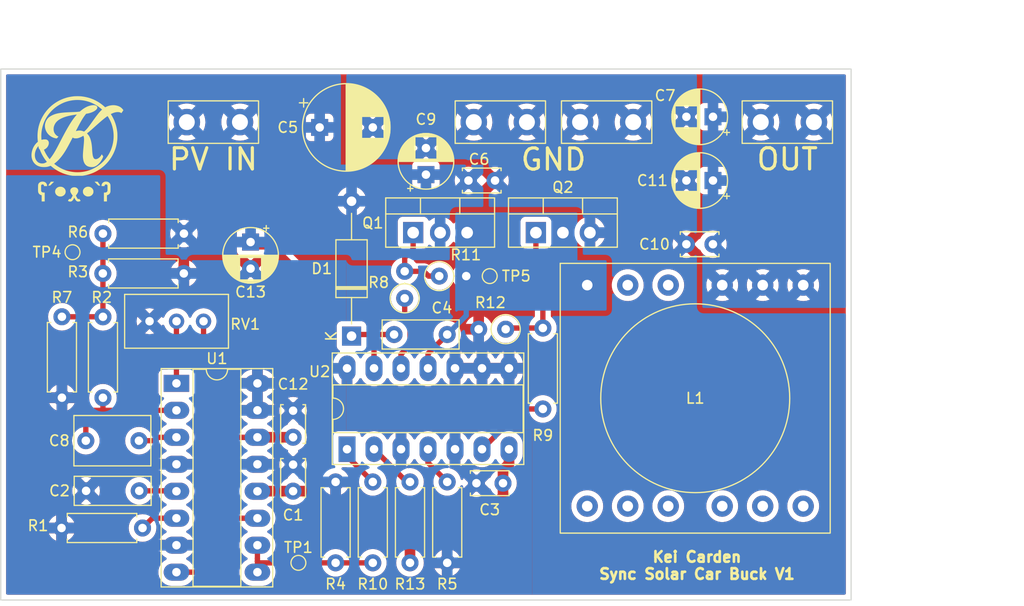
<source format=kicad_pcb>
(kicad_pcb (version 20211014) (generator pcbnew)
  (layers (0 "F.Cu" signal) (31 "B.Cu" signal) (34 "B.Paste" user) (35 "F.Paste" user) (36 "B.SilkS" user "B.Silkscreen") (37 "F.SilkS" user "F.Silkscreen") (38 "B.Mask" user) (39 "F.Mask" user) (44 "Edge.Cuts" user))
  (net 0 "")
  (net 1 "PV")
  (net 2 "SW")
  (net 3 "/OUT")
  (net 4 "REF")
  (net 5 "PWM")
  (net 6 "PV_VOLTAGE")
  (net 7 "HO")
  (net 8 "LO")
  (net 9 "FB")
  (net 10 "Net-(R10-Pad1)")
  (net 11 "/HGATE")
  (net 12 "/LGATE")
  (net 13 "REFajust")
  (net 14 "/Boot")
  (net 15 "/DT")
  (net 16 "/CT")
  (net 17 "/RT")
  (net 18 "/Intergrator")
  (net 19 "Net-(R13-Pad2)")
  (net 20 "GND")
  (footprint "Capacitor_THT:C_Disc_D3.4mm_W2.1mm_P2.50mm" (layer "F.Cu") (at 92.5 144.75 -90)
    (fp_text reference "C1" (at 4.75 0) (layer "F.SilkS"))
    (fp_text value "100n")
    (pad "1" thru_hole circle (at 0 0 270) (size 1.6 1.6) (drill 0.8) (layers *.Cu *.Mask) (net 20 "GND"))
    (pad "2" thru_hole circle (at 2.5 0 270) (size 1.6 1.6) (drill 0.8) (layers *.Cu *.Mask) (net 1 "PV"))
  )
  (footprint "Capacitor_THT:CP_Radial_D8.0mm_P5.00mm" (layer "F.Cu") (at 95 113)
    (fp_text reference "C5" (at -3 0 180) (layer "F.SilkS"))
    (fp_text value "100u")
    (pad "1" thru_hole rect (at 0 0) (size 1.6 1.6) (drill 0.8) (layers *.Cu *.Mask) (net 1 "PV"))
    (pad "2" thru_hole circle (at 5 0) (size 1.6 1.6) (drill 0.8) (layers *.Cu *.Mask) (net 20 "GND"))
  )
  (footprint "Potentiometer_THT:Potentiometer_Bourns_3296W_Vertical" (layer "F.Cu") (at 84.075 131.25)
    (fp_text reference "RV1" (at 3.925 0.28) (layer "F.SilkS"))
    (fp_text value "10k")
    (pad "1" thru_hole circle (at 0 0) (size 1.44 1.44) (drill 0.8) (layers *.Cu *.Mask) (net 4 "REF"))
    (pad "2" thru_hole circle (at -2.54 0) (size 1.44 1.44) (drill 0.8) (layers *.Cu *.Mask) (net 13 "REFajust"))
    (pad "3" thru_hole circle (at -5.08 0) (size 1.44 1.44) (drill 0.8) (layers *.Cu *.Mask) (net 20 "GND"))
  )
  (footprint "Package_TO_SOT_THT:TO-220-3_Vertical" (layer "F.Cu") (at 115.345 122.908557)
    (fp_text reference "Q2" (at 2.54 -4.27) (layer "F.SilkS"))
    (fp_text value "IPP034N03L" hide)
    (pad "1" thru_hole rect (at 0 0) (size 1.905 2) (drill 1.1) (layers *.Cu *.Mask) (net 12 "/LGATE"))
    (pad "2" thru_hole oval (at 2.54 0) (size 1.905 2) (drill 1.1) (layers *.Cu *.Mask) (net 2 "SW"))
    (pad "3" thru_hole oval (at 5.08 0) (size 1.905 2) (drill 1.1) (layers *.Cu *.Mask) (net 20 "GND"))
  )
  (footprint "Resistor_THT:R_Axial_DIN0207_L6.3mm_D2.5mm_P7.62mm_Horizontal" (layer "F.Cu") (at 74.61 138.455 90)
    (fp_text reference "R2" (at 9.455 -0.11 180) (layer "F.SilkS"))
    (fp_text value "100k")
    (pad "1" thru_hole circle (at 0 0 90) (size 1.6 1.6) (drill 0.8) (layers *.Cu *.Mask) (net 6 "PV_VOLTAGE"))
    (pad "2" thru_hole oval (at 7.62 0 90) (size 1.6 1.6) (drill 0.8) (layers *.Cu *.Mask) (net 18 "/Intergrator"))
  )
  (footprint "TestPoint:TestPoint_Pad_D1.0mm" (layer "F.Cu") (at 111 127)
    (fp_text reference "TP5" (at 2.5 0) (layer "F.SilkS"))
    (fp_text value "SW_TestPoint" hide)
    (pad "1" smd circle (at 0 0) (size 1 1) (layers "F.Cu" "F.Mask") (net 2 "SW"))
  )
  (footprint "TerminalBlock:Spade-Terminal" (layer "F.Cu") (at 122 112.5)
    (fp_text reference "J4" hide)
    (fp_text value "OUT-" hide)
    (pad "1" thru_hole circle (at 2.5 0) (size 2.5 2.5) (drill 1.5) (layers *.Cu *.Mask) (net 20 "GND"))
    (pad "1" thru_hole circle (at -2.5 0) (size 2.5 2.5) (drill 1.5) (layers *.Cu *.Mask) (net 20 "GND"))
  )
  (footprint "Resistor_THT:R_Axial_DIN0207_L6.3mm_D2.5mm_P7.62mm_Horizontal" (layer "F.Cu") (at 96.5 154 90)
    (fp_text reference "R4" (at -2 0) (layer "F.SilkS"))
    (fp_text value "10k")
    (pad "1" thru_hole circle (at 0 0 90) (size 1.6 1.6) (drill 0.8) (layers *.Cu *.Mask) (net 10 "Net-(R10-Pad1)"))
    (pad "2" thru_hole oval (at 7.62 0 90) (size 1.6 1.6) (drill 0.8) (layers *.Cu *.Mask) (net 20 "GND"))
  )
  (footprint "TestPoint:TestPoint_Pad_D1.0mm" (layer "F.Cu") (at 93 154)
    (fp_text reference "TP1" (at 0 -1.448) (layer "F.SilkS"))
    (fp_text value "PWM_TestPoint")
    (pad "1" smd circle (at 0 0) (size 1 1) (layers "F.Cu" "F.Mask") (net 10 "Net-(R10-Pad1)"))
  )
  (footprint "Resistor_THT:R_Axial_DIN0207_L6.3mm_D2.5mm_P7.62mm_Horizontal" (layer "F.Cu") (at 103.5 154 90)
    (fp_text reference "R13" (at -2 0 180) (layer "F.SilkS"))
    (fp_text value "10k")
    (pad "1" thru_hole circle (at 0 0 90) (size 1.6 1.6) (drill 0.8) (layers *.Cu *.Mask) (net 1 "PV"))
    (pad "2" thru_hole oval (at 7.62 0 90) (size 1.6 1.6) (drill 0.8) (layers *.Cu *.Mask) (net 19 "Net-(R13-Pad2)"))
  )
  (footprint "Capacitor_THT:C_Disc_D3.4mm_W2.1mm_P2.50mm" (layer "F.Cu") (at 109.75 146.5)
    (fp_text reference "C3" (at 1.25 2.5 180) (layer "F.SilkS"))
    (fp_text value "100n")
    (pad "1" thru_hole circle (at 0 0) (size 1.6 1.6) (drill 0.8) (layers *.Cu *.Mask) (net 20 "GND"))
    (pad "2" thru_hole circle (at 2.5 0) (size 1.6 1.6) (drill 0.8) (layers *.Cu *.Mask) (net 1 "PV"))
  )
  (footprint "Package_TO_SOT_THT:TO-220-3_Vertical" (layer "F.Cu") (at 103.795 122.908557)
    (fp_text reference "Q1" (at -3.795 -0.908557) (layer "F.SilkS"))
    (fp_text value "IPP034N03L" hide)
    (pad "1" thru_hole rect (at 0 0) (size 1.905 2) (drill 1.1) (layers *.Cu *.Mask) (net 11 "/HGATE"))
    (pad "2" thru_hole oval (at 2.54 0) (size 1.905 2) (drill 1.1) (layers *.Cu *.Mask) (net 1 "PV"))
    (pad "3" thru_hole oval (at 5.08 0) (size 1.905 2) (drill 1.1) (layers *.Cu *.Mask) (net 2 "SW"))
  )
  (footprint "Inductor_THT:RM8 Former" (layer "F.Cu") (at 130.335 138.5)
    (fp_text reference "L1" (at 0 0 unlocked) (layer "F.SilkS"))
    (fp_text value "400u" hide)
    (pad "1" thru_hole circle (at -10.16 -10.65) (size 2 2) (drill 1) (layers *.Cu *.Mask) (net 2 "SW"))
    (pad "2" thru_hole circle (at 2.54 -10.65) (size 2 2) (drill 1) (layers *.Cu *.Mask) (net 3 "/OUT"))
    (pad "2" thru_hole circle (at 6.35 -10.65) (size 2 2) (drill 1) (layers *.Cu *.Mask) (net 3 "/OUT"))
    (pad "2" thru_hole circle (at 10.16 -10.65) (size 2 2) (drill 1) (layers *.Cu *.Mask) (net 3 "/OUT"))
    (pad "3" thru_hole circle (at -2.54 10.16) (size 2 2) (drill 1) (layers *.Cu *.Mask))
    (pad "3" thru_hole circle (at -6.35 10.16) (size 2 2) (drill 1) (layers *.Cu *.Mask))
    (pad "3" thru_hole circle (at -2.54 -10.65) (size 2 2) (drill 1) (layers *.Cu *.Mask))
    (pad "3" thru_hole circle (at -6.35 -10.65) (size 2 2) (drill 1) (layers *.Cu *.Mask))
    (pad "3" thru_hole circle (at -10.16 10.16) (size 2 2) (drill 1) (layers *.Cu *.Mask))
    (pad "4" thru_hole circle (at 6.35 10.16) (size 2 2) (drill 1) (layers *.Cu *.Mask))
    (pad "4" thru_hole circle (at 10.16 10.16) (size 2 2) (drill 1) (layers *.Cu *.Mask))
    (pad "4" thru_hole circle (at 2.54 10.16) (size 2 2) (drill 1) (layers *.Cu *.Mask))
  )
  (footprint "Resistor_THT:R_Axial_DIN0207_L6.3mm_D2.5mm_P2.54mm_Vertical" (layer "F.Cu") (at 103 129.09 90)
    (fp_text reference "R8" (at 1.49 -2.45 180) (layer "F.SilkS"))
    (fp_text value "15")
    (pad "1" thru_hole circle (at 0 0 90) (size 1.6 1.6) (drill 0.8) (layers *.Cu *.Mask) (net 7 "HO"))
    (pad "2" thru_hole oval (at 2.54 0 90) (size 1.6 1.6) (drill 0.8) (layers *.Cu *.Mask) (net 11 "/HGATE"))
  )
  (footprint "Resistor_THT:R_Axial_DIN0207_L6.3mm_D2.5mm_P7.62mm_Horizontal" (layer "F.Cu") (at 107 146.38 -90)
    (fp_text reference "R5" (at 9.62 0 180) (layer "F.SilkS"))
    (fp_text value "27k")
    (pad "1" thru_hole circle (at 0 0 270) (size 1.6 1.6) (drill 0.8) (layers *.Cu *.Mask) (net 15 "/DT"))
    (pad "2" thru_hole oval (at 7.62 0 270) (size 1.6 1.6) (drill 0.8) (layers *.Cu *.Mask) (net 20 "GND"))
  )
  (footprint "Resistor_THT:R_Axial_DIN0207_L6.3mm_D2.5mm_P7.62mm_Horizontal" (layer "F.Cu") (at 74.6 126.75)
    (fp_text reference "R3" (at -2.35 -0.15) (layer "F.SilkS"))
    (fp_text value "4M7")
    (pad "1" thru_hole circle (at 0 0) (size 1.6 1.6) (drill 0.8) (layers *.Cu *.Mask) (net 6 "PV_VOLTAGE"))
    (pad "2" thru_hole oval (at 7.62 0) (size 1.6 1.6) (drill 0.8) (layers *.Cu *.Mask) (net 20 "GND"))
  )
  (footprint "TestPoint:TestPoint_Pad_D1.0mm" (layer "F.Cu") (at 71.75 124.75)
    (fp_text reference "TP4" (at -2.4 0) (layer "F.SilkS"))
    (fp_text value "PV_REF_TestPoint" hide)
    (pad "1" smd circle (at 0 0) (size 1 1) (layers "F.Cu" "F.Mask") (net 6 "PV_VOLTAGE"))
  )
  (footprint "Package_DIP:DIP-14_W7.62mm_Socket_LongPads" (layer "F.Cu") (at 97.575 143.3 90)
    (fp_text reference "U2" (at 7.3 -2.575 180) (layer "F.SilkS"))
    (fp_text value "IR21844")
    (pad "1" thru_hole rect (at 0 0 90) (size 2.4 1.6) (drill 0.8) (layers *.Cu *.Mask) (net 5 "PWM"))
    (pad "2" thru_hole oval (at 0 2.54 90) (size 2.4 1.6) (drill 0.8) (layers *.Cu *.Mask) (net 19 "Net-(R13-Pad2)"))
    (pad "3" thru_hole oval (at 0 5.08 90) (size 2.4 1.6) (drill 0.8) (layers *.Cu *.Mask) (net 20 "GND"))
    (pad "3" thru_hole oval (at 7.62 0 90) (size 2.4 1.6) (drill 0.8) (layers *.Cu *.Mask) (net 20 "GND"))
    (pad "3" thru_hole oval (at 7.62 10.16 90) (size 2.4 1.6) (drill 0.8) (layers *.Cu *.Mask) (net 20 "GND"))
    (pad "3" thru_hole oval (at 7.62 15.24 90) (size 2.4 1.6) (drill 0.8) (layers *.Cu *.Mask) (net 20 "GND"))
    (pad "3" thru_hole oval (at 7.62 12.7 90) (size 2.4 1.6) (drill 0.8) (layers *.Cu *.Mask) (net 20 "GND"))
    (pad "4" thru_hole oval (at 0 7.62 90) (size 2.4 1.6) (drill 0.8) (layers *.Cu *.Mask) (net 15 "/DT"))
    (pad "5" thru_hole oval (at 0 10.16 90) (size 2.4 1.6) (drill 0.8) (layers *.Cu *.Mask) (net 20 "GND"))
    (pad "6" thru_hole oval (at 0 12.7 90) (size 2.4 1.6) (drill 0.8) (layers *.Cu *.Mask) (net 8 "LO"))
    (pad "7" thru_hole oval (at 0 15.24 90) (size 2.4 1.6) (drill 0.8) (layers *.Cu *.Mask) (net 1 "PV"))
    (pad "11" thru_hole oval (at 7.62 7.62 90) (size 2.4 1.6) (drill 0.8) (layers *.Cu *.Mask) (net 2 "SW"))
    (pad "12" thru_hole oval (at 7.62 5.08 90) (size 2.4 1.6) (drill 0.8) (layers *.Cu *.Mask) (net 7 "HO"))
    (pad "13" thru_hole oval (at 7.62 2.54 90) (size 2.4 1.6) (drill 0.8) (layers *.Cu *.Mask) (net 14 "/Boot"))
  )
  (footprint "Capacitor_THT:CP_Radial_D5.0mm_P2.50mm" (layer "F.Cu") (at 132.005113 118 180)
    (fp_text reference "C11" (at 5.705113 0) (layer "F.SilkS"))
    (fp_text value "10u")
    (pad "1" thru_hole rect (at 0 0 180) (size 1.6 1.6) (drill 0.8) (layers *.Cu *.Mask) (net 3 "/OUT"))
    (pad "2" thru_hole circle (at 2.5 0 180) (size 1.6 1.6) (drill 0.8) (layers *.Cu *.Mask) (net 20 "GND"))
  )
  (footprint "Package_DIP:DIP-16_W7.62mm_Socket_LongPads" (layer "F.Cu") (at 81.525 137.1)
    (fp_text reference "U1" (at 3.81 -2.33) (layer "F.SilkS"))
    (fp_text value "TL494")
    (pad "1" thru_hole rect (at 0 0) (size 2.4 1.6) (drill 0.8) (layers *.Cu *.Mask) (net 13 "REFajust"))
    (pad "2" thru_hole oval (at 0 2.54) (size 2.4 1.6) (drill 0.8) (layers *.Cu *.Mask) (net 6 "PV_VOLTAGE"))
    (pad "3" thru_hole oval (at 0 5.08) (size 2.4 1.6) (drill 0.8) (layers *.Cu *.Mask) (net 9 "FB"))
    (pad "4" thru_hole oval (at 0 7.62) (size 2.4 1.6) (drill 0.8) (layers *.Cu *.Mask) (net 20 "GND"))
    (pad "5" thru_hole oval (at 0 10.16) (size 2.4 1.6) (drill 0.8) (layers *.Cu *.Mask) (net 16 "/CT"))
    (pad "6" thru_hole oval (at 0 12.7) (size 2.4 1.6) (drill 0.8) (layers *.Cu *.Mask) (net 17 "/RT"))
    (pad "7" thru_hole oval (at 0 15.24) (size 2.4 1.6) (drill 0.8) (layers *.Cu *.Mask) (net 20 "GND"))
    (pad "8" thru_hole oval (at 0 17.78) (size 2.4 1.6) (drill 0.8) (layers *.Cu *.Mask) (net 4 "REF"))
    (pad "9" thru_hole oval (at 7.62 17.78) (size 2.4 1.6) (drill 0.8) (layers *.Cu *.Mask) (net 10 "Net-(R10-Pad1)"))
    (pad "10" thru_hole oval (at 7.62 15.24) (size 2.4 1.6) (drill 0.8) (layers *.Cu *.Mask) (net 10 "Net-(R10-Pad1)"))
    (pad "11" thru_hole oval (at 7.62 12.7) (size 2.4 1.6) (drill 0.8) (layers *.Cu *.Mask) (net 4 "REF"))
    (pad "12" thru_hole oval (at 7.62 10.16) (size 2.4 1.6) (drill 0.8) (layers *.Cu *.Mask) (net 1 "PV"))
    (pad "13" thru_hole oval (at 7.62 7.62) (size 2.4 1.6) (drill 0.8) (layers *.Cu *.Mask) (net 20 "GND"))
    (pad "14" thru_hole oval (at 7.62 5.08) (size 2.4 1.6) (drill 0.8) (layers *.Cu *.Mask) (net 4 "REF"))
    (pad "15" thru_hole oval (at 7.62 2.54) (size 2.4 1.6) (drill 0.8) (layers *.Cu *.Mask) (net 20 "GND"))
    (pad "16" thru_hole oval (at 7.62 0) (size 2.4 1.6) (drill 0.8) (layers *.Cu *.Mask) (net 20 "GND"))
  )
  (footprint "TerminalBlock:Spade-Terminal" (layer "F.Cu") (at 85 112.5)
    (fp_text reference "J1" hide)
    (fp_text value "PV" hide)
    (pad "1" thru_hole circle (at -2.5 0) (size 2.5 2.5) (drill 1.5) (layers *.Cu *.Mask) (net 1 "PV"))
    (pad "1" thru_hole circle (at 2.5 0) (size 2.5 2.5) (drill 1.5) (layers *.Cu *.Mask) (net 1 "PV"))
  )
  (footprint "Resistor_THT:R_Axial_DIN0207_L6.3mm_D2.5mm_P7.62mm_Horizontal" (layer "F.Cu") (at 100 154 90)
    (fp_text reference "R10" (at -2 0 180) (layer "F.SilkS"))
    (fp_text value "0")
    (pad "1" thru_hole circle (at 0 0 90) (size 1.6 1.6) (drill 0.8) (layers *.Cu *.Mask) (net 10 "Net-(R10-Pad1)"))
    (pad "2" thru_hole oval (at 7.62 0 90) (size 1.6 1.6) (drill 0.8) (layers *.Cu *.Mask) (net 5 "PWM"))
  )
  (footprint "Resistor_THT:R_Axial_DIN0207_L6.3mm_D2.5mm_P7.62mm_Horizontal" (layer "F.Cu") (at 116 139.51 90)
    (fp_text reference "R9" (at -2.49 0 180) (layer "F.SilkS"))
    (fp_text value "15" hide)
    (pad "1" thru_hole circle (at 0 0 90) (size 1.6 1.6) (drill 0.8) (layers *.Cu *.Mask) (net 8 "LO"))
    (pad "2" thru_hole oval (at 7.62 0 90) (size 1.6 1.6) (drill 0.8) (layers *.Cu *.Mask) (net 12 "/LGATE"))
  )
  (footprint "Resistor_THT:R_Axial_DIN0207_L6.3mm_D2.5mm_P7.62mm_Horizontal" (layer "F.Cu") (at 82.23 123 180)
    (fp_text reference "R6" (at 9.98 0.145 180) (layer "F.SilkS"))
    (fp_text value "680k")
    (pad "1" thru_hole circle (at 0 0 180) (size 1.6 1.6) (drill 0.8) (layers *.Cu *.Mask) (net 1 "PV"))
    (pad "2" thru_hole oval (at 7.62 0 180) (size 1.6 1.6) (drill 0.8) (layers *.Cu *.Mask) (net 6 "PV_VOLTAGE"))
  )
  (footprint "TerminalBlock:Spade-Terminal" (layer "F.Cu") (at 139 112.5)
    (fp_text reference "J3" hide)
    (fp_text value "OUT+" hide)
    (pad "1" thru_hole circle (at -2.5 0) (size 2.5 2.5) (drill 1.5) (layers *.Cu *.Mask) (net 3 "/OUT"))
    (pad "1" thru_hole circle (at 2.5 0) (size 2.5 2.5) (drill 1.5) (layers *.Cu *.Mask) (net 3 "/OUT"))
  )
  (footprint "Capacitor_THT:C_Disc_D3.4mm_W2.1mm_P2.50mm" (layer "F.Cu") (at 109 118)
    (fp_text reference "C6" (at 1 -2 180) (layer "F.SilkS"))
    (fp_text value "100n")
    (pad "1" thru_hole circle (at 0 0) (size 1.6 1.6) (drill 0.8) (layers *.Cu *.Mask) (net 1 "PV"))
    (pad "2" thru_hole circle (at 2.5 0) (size 1.6 1.6) (drill 0.8) (layers *.Cu *.Mask) (net 20 "GND"))
  )
  (footprint "Capacitor_THT:C_Rect_L7.0mm_W2.5mm_P5.00mm" (layer "F.Cu") (at 102 132.5)
    (fp_text reference "C4" (at 4.5 -2.5 180) (layer "F.SilkS"))
    (fp_text value "33n")
    (pad "1" thru_hole circle (at 0 0) (size 1.6 1.6) (drill 0.8) (layers *.Cu *.Mask) (net 14 "/Boot"))
    (pad "2" thru_hole circle (at 5 0) (size 1.6 1.6) (drill 0.8) (layers *.Cu *.Mask) (net 2 "SW"))
  )
  (footprint "Capacitor_THT:CP_Radial_D5.0mm_P2.50mm" (layer "F.Cu") (at 105 117.444235 90)
    (fp_text reference "C9" (at 5.205112 0) (layer "F.SilkS"))
    (fp_text value "100u")
    (pad "1" thru_hole rect (at 0 0 90) (size 1.6 1.6) (drill 0.8) (layers *.Cu *.Mask) (net 1 "PV"))
    (pad "2" thru_hole circle (at 2.5 0 90) (size 1.6 1.6) (drill 0.8) (layers *.Cu *.Mask) (net 20 "GND"))
  )
  (footprint "Capacitor_THT:C_Disc_D3.4mm_W2.1mm_P2.50mm" (layer "F.Cu") (at 132 124 180)
    (fp_text reference "C10" (at 5.5 0) (layer "F.SilkS"))
    (fp_text value "100n")
    (pad "1" thru_hole circle (at 0 0 180) (size 1.6 1.6) (drill 0.8) (layers *.Cu *.Mask) (net 3 "/OUT"))
    (pad "2" thru_hole circle (at 2.5 0 180) (size 1.6 1.6) (drill 0.8) (layers *.Cu *.Mask) (net 20 "GND"))
  )
  (footprint "logo:logo" (layer "F.Cu") (at 72.5 115)
    (fp_text reference "G***" hide)
    (fp_text value "LOGO" hide)
  )
  (footprint "Resistor_THT:R_Axial_DIN0207_L6.3mm_D2.5mm_P2.54mm_Vertical" (layer "F.Cu") (at 112.5 132 180)
    (fp_text reference "R12" (at 1.44 2.5) (layer "F.SilkS"))
    (fp_text value "10k" hide)
    (pad "1" thru_hole circle (at 0 0 180) (size 1.6 1.6) (drill 0.8) (layers *.Cu *.Mask) (net 12 "/LGATE"))
    (pad "2" thru_hole oval (at 2.54 0 180) (size 1.6 1.6) (drill 0.8) (layers *.Cu *.Mask) (net 20 "GND"))
  )
  (footprint "TerminalBlock:Spade-Terminal" (layer "F.Cu") (at 112 112.5)
    (fp_text reference "J2" hide)
    (fp_text value "GND" hide)
    (pad "1" thru_hole circle (at 2.5 0) (size 2.5 2.5) (drill 1.5) (layers *.Cu *.Mask) (net 20 "GND"))
    (pad "1" thru_hole circle (at -2.5 0) (size 2.5 2.5) (drill 1.5) (layers *.Cu *.Mask) (net 20 "GND"))
  )
  (footprint "Capacitor_THT:CP_Radial_D5.0mm_P2.50mm" (layer "F.Cu") (at 132.005113 112 180)
    (fp_text reference "C7" (at 4.505113 2) (layer "F.SilkS"))
    (fp_text value "10u")
    (pad "1" thru_hole rect (at 0 0 180) (size 1.6 1.6) (drill 0.8) (layers *.Cu *.Mask) (net 3 "/OUT"))
    (pad "2" thru_hole circle (at 2.5 0 180) (size 1.6 1.6) (drill 0.8) (layers *.Cu *.Mask) (net 20 "GND"))
  )
  (footprint "Capacitor_THT:C_Disc_D3.4mm_W2.1mm_P2.50mm" (layer "F.Cu") (at 92.5 139.675 -90)
    (fp_text reference "C12" (at -2.5 0 180) (layer "F.SilkS"))
    (fp_text value "100n")
    (pad "1" thru_hole circle (at 0 0 270) (size 1.6 1.6) (drill 0.8) (layers *.Cu *.Mask) (net 20 "GND"))
    (pad "2" thru_hole circle (at 2.5 0 270) (size 1.6 1.6) (drill 0.8) (layers *.Cu *.Mask) (net 4 "REF"))
  )
  (footprint "Capacitor_THT:CP_Radial_D5.0mm_P2.50mm" (layer "F.Cu") (at 88.5 123.794888 -90)
    (fp_text reference "C13" (at 4.705112 0 180) (layer "F.SilkS"))
    (fp_text value "100u")
    (pad "1" thru_hole rect (at 0 0 270) (size 1.6 1.6) (drill 0.8) (layers *.Cu *.Mask) (net 1 "PV"))
    (pad "2" thru_hole circle (at 2.5 0 270) (size 1.6 1.6) (drill 0.8) (layers *.Cu *.Mask) (net 20 "GND"))
  )
  (footprint "Capacitor_THT:C_Rect_L7.0mm_W2.5mm_P5.00mm" (layer "F.Cu") (at 78.025 147.22 180)
    (fp_text reference "C2" (at 7.5 0) (layer "F.SilkS"))
    (fp_text value "10n")
    (pad "1" thru_hole circle (at 0 0 180) (size 1.6 1.6) (drill 0.8) (layers *.Cu *.Mask) (net 16 "/CT"))
    (pad "2" thru_hole circle (at 5 0 180) (size 1.6 1.6) (drill 0.8) (layers *.Cu *.Mask) (net 20 "GND"))
  )
  (footprint "Resistor_THT:R_Axial_DIN0207_L6.3mm_D2.5mm_P7.62mm_Horizontal" (layer "F.Cu") (at 78.335 150.72 180)
    (fp_text reference "R1" (at 9.835 0.22) (layer "F.SilkS"))
    (fp_text value "1k8")
    (pad "1" thru_hole circle (at 0 0 180) (size 1.6 1.6) (drill 0.8) (layers *.Cu *.Mask) (net 17 "/RT"))
    (pad "2" thru_hole oval (at 7.62 0 180) (size 1.6 1.6) (drill 0.8) (layers *.Cu *.Mask) (net 20 "GND"))
  )
  (footprint "Capacitor_THT:C_Rect_L7.0mm_W4.5mm_P5.00mm" (layer "F.Cu") (at 73 142.5)
    (fp_text reference "C8" (at -2.5 0) (layer "F.SilkS"))
    (fp_text value "1u")
    (pad "1" thru_hole circle (at 0 0) (size 1.6 1.6) (drill 0.8) (layers *.Cu *.Mask) (net 6 "PV_VOLTAGE"))
    (pad "2" thru_hole circle (at 5 0) (size 1.6 1.6) (drill 0.8) (layers *.Cu *.Mask) (net 9 "FB"))
  )
  (footprint "Resistor_THT:R_Axial_DIN0207_L6.3mm_D2.5mm_P7.62mm_Horizontal" (layer "F.Cu") (at 70.75 130.83 -90)
    (fp_text reference "R7" (at -1.83 0 180) (layer "F.SilkS"))
    (fp_text value "120k")
    (pad "1" thru_hole circle (at 0 0 270) (size 1.6 1.6) (drill 0.8) (layers *.Cu *.Mask) (net 6 "PV_VOLTAGE"))
    (pad "2" thru_hole oval (at 7.62 0 270) (size 1.6 1.6) (drill 0.8) (layers *.Cu *.Mask) (net 20 "GND"))
  )
  (footprint "Resistor_THT:R_Axial_DIN0207_L6.3mm_D2.5mm_P2.54mm_Vertical" (layer "F.Cu") (at 106.25 127)
    (fp_text reference "R11" (at 2.5 -2 180) (layer "F.SilkS"))
    (fp_text value "10k" hide)
    (pad "1" thru_hole circle (at 0 0) (size 1.6 1.6) (drill 0.8) (layers *.Cu *.Mask) (net 11 "/HGATE"))
    (pad "2" thru_hole oval (at 2.54 0) (size 1.6 1.6) (drill 0.8) (layers *.Cu *.Mask) (net 2 "SW"))
  )
  (footprint "Diode_THT:D_A-405_P12.70mm_Horizontal" (layer "F.Cu") (at 98 132.65 90)
    (fp_text reference "D1" (at 6.35 -2.8 180) (layer "F.SilkS"))
    (fp_text value "D")
    (fp_text user "K" (at 0 -1.9 90) (layer "F.SilkS"))
    (pad "1" thru_hole rect (at 0 0 90) (size 1.8 1.8) (drill 0.9) (layers *.Cu *.Mask) (net 14 "/Boot"))
    (pad "2" thru_hole oval (at 12.7 0 90) (size 1.8 1.8) (drill 0.9) (layers *.Cu *.Mask) (net 1 "PV"))
  )
  (gr_rect (start 145 157.5) (end 65 107.5) (layer "Edge.Cuts") (width 0.1) (fill none))
  (gr_text "Kei Carden\nSync Solar Car Buck V1\n" (at 130.5 154.25) (layer "F.SilkS") (effects (font (size 1 1) (thickness 0.25))))
  (gr_text "OUT" (at 139 116) (layer "F.SilkS") (effects (font (size 2 2) (thickness 0.3))))
  (gr_text "GND" (at 117 116.018) (layer "F.SilkS") (effects (font (size 2 2) (thickness 0.3))))
  (gr_text "PV IN" (at 85 116) (layer "F.SilkS") (effects (font (size 2 2) (thickness 0.3))))
  (segment (start 94.5 147) (end 94.5 148) (width 1) (layer "F.Cu") (net 1))
  (segment (start 92.5 147.25) (end 94.25 147.25) (width 1) (layer "F.Cu") (net 1))
  (segment (start 103.5 149) (end 103.5 154) (width 1) (layer "F.Cu") (net 1))
  (segment (start 112.815 144.685) (end 112.25 145.25) (width 1) (layer "F.Cu") (net 1))
  (segment (start 95.5 149) (end 103.5 149) (width 1) (layer "F.Cu") (net 1))
  (segment (start 94.25 147.25) (end 94.5 147) (width 1) (layer "F.Cu") (net 1))
  (segment (start 112.25 145.25) (end 112.25 146.5) (width 1) (layer "F.Cu") (net 1))
  (segment (start 95.3 129.2) (end 90.1 124) (width 1) (layer "F.Cu") (net 1))
  (segment (start 112.25 147.75) (end 112.25 146.5) (width 1) (layer "F.Cu") (net 1))
  (segment (start 111 149) (end 112.25 147.75) (width 1) (layer "F.Cu") (net 1))
  (segment (start 94.5 147) (end 94.5 145.3) (width 1) (layer "F.Cu") (net 1))
  (segment (start 89.155 147.25) (end 89.145 147.26) (width 1) (layer "F.Cu") (net 1))
  (segment (start 103.5 149) (end 111 149) (width 1) (layer "F.Cu") (net 1))
  (segment (start 95.3 144.5) (end 95.3 129.2) (width 1) (layer "F.Cu") (net 1))
  (segment (start 112.815 143.3) (end 112.815 144.685) (width 1) (layer "F.Cu") (net 1))
  (segment (start 94.5 145.3) (end 95.3 144.5) (width 1) (layer "F.Cu") (net 1))
  (segment (start 94.5 148) (end 95.5 149) (width 1) (layer "F.Cu") (net 1))
  (segment (start 92.5 147.25) (end 89.155 147.25) (width 1) (layer "F.Cu") (net 1))
  (segment (start 90.1 124) (end 88.5 124) (width 1) (layer "F.Cu") (net 1))
  (segment (start 111 127) (end 108.79 127) (width 0.5) (layer "F.Cu") (net 2))
  (segment (start 105.195 134.305) (end 107 132.5) (width 0.5) (layer "F.Cu") (net 2))
  (segment (start 105.195 135.68) (end 105.195 134.305) (width 0.5) (layer "F.Cu") (net 2))
  (segment (start 107 132.5) (end 108.79 130.71) (width 0.5) (layer "B.Cu") (net 2))
  (segment (start 108.79 130.71) (end 108.79 127) (width 0.5) (layer "B.Cu") (net 2))
  (segment (start 81.525 154.88) (end 83.62 154.88) (width 0.5) (layer "F.Cu") (net 4))
  (segment (start 85.25 153.25) (end 85.25 151.25) (width 0.5) (layer "F.Cu") (net 4))
  (segment (start 83.62 154.88) (end 85.25 153.25) (width 0.5) (layer "F.Cu") (net 4))
  (segment (start 84.075 131.25) (end 84.075 139.575) (width 0.5) (layer "F.Cu") (net 4))
  (segment (start 89.15 142.175) (end 89.145 142.18) (width 1) (layer "F.Cu") (net 4))
  (segment (start 85.25 151.25) (end 86.75 149.75) (width 0.5) (layer "F.Cu") (net 4))
  (segment (start 86.695 142.18) (end 86.695 149.695) (width 0.5) (layer "F.Cu") (net 4))
  (segment (start 92.5 142.175) (end 89.15 142.175) (width 1) (layer "F.Cu") (net 4))
  (segment (start 86.68 142.18) (end 89.145 142.18) (width 0.5) (layer "F.Cu") (net 4))
  (segment (start 89.145 142.18) (end 86.695 142.18) (width 0.5) (layer "F.Cu") (net 4))
  (segment (start 84.075 139.575) (end 86.68 142.18) (width 0.5) (layer "F.Cu") (net 4))
  (segment (start 86.8 149.8) (end 89.145 149.8) (width 0.5) (layer "F.Cu") (net 4))
  (segment (start 97.575 143.955) (end 100 146.38) (width 0.5) (layer "F.Cu") (net 5))
  (segment (start 97.575 143.3) (end 97.575 143.955) (width 0.5) (layer "F.Cu") (net 5))
  (segment (start 74.61 123) (end 74.61 124.89) (width 0.5) (layer "F.Cu") (net 6))
  (segment (start 74.61 138.455) (end 74.61 139.39) (width 0.5) (layer "F.Cu") (net 6))
  (segment (start 73 140.065) (end 73 142.5) (width 0.5) (layer "F.Cu") (net 6))
  (segment (start 74.47 124.75) (end 74.61 124.89) (width 0.5) (layer "F.Cu") (net 6))
  (segment (start 70.75 130.83) (end 74.605 130.83) (width 0.5) (layer "F.Cu") (net 6))
  (segment (start 73.425 139.64) (end 73 140.065) (width 0.5) (layer "F.Cu") (net 6))
  (segment (start 74.61 124.89) (end 74.61 130.835) (width 0.5) (layer "F.Cu") (net 6))
  (segment (start 71.75 124.75) (end 74.47 124.75) (width 0.5) (layer "F.Cu") (net 6))
  (segment (start 81.525 139.64) (end 73.425 139.64) (width 0.5) (layer "F.Cu") (net 6))
  (segment (start 74.605 130.83) (end 74.61 130.835) (width 0.5) (layer "F.Cu") (net 6))
  (segment (start 103 130.75) (end 103.5 131.25) (width 0.5) (layer "F.Cu") (net 7))
  (segment (start 103 129.09) (end 103 130.75) (width 0.5) (layer "F.Cu") (net 7))
  (segment (start 103.5 133.5) (end 102.655 134.345) (width 0.5) (layer "F.Cu") (net 7))
  (segment (start 102.655 134.345) (end 102.655 135.68) (width 0.5) (layer "F.Cu") (net 7))
  (segment (start 103.5 131.25) (end 103.5 133.5) (width 0.5) (layer "F.Cu") (net 7))
  (segment (start 110.275 143.3) (end 114.065 139.51) (width 0.5) (layer "F.Cu") (net 8))
  (segment (start 114.065 139.51) (end 116 139.51) (width 0.5) (layer "F.Cu") (net 8))
  (segment (start 79.5 142.5) (end 78 142.5) (width 0.5) (layer "F.Cu") (net 9))
  (segment (start 81.485 142.22) (end 81.525 142.18) (width 0.5) (layer "F.Cu") (net 9))
  (segment (start 81.525 142.18) (end 79.82 142.18) (width 0.5) (layer "F.Cu") (net 9))
  (segment (start 79.82 142.18) (end 79.5 142.5) (width 0.5) (layer "F.Cu") (net 9))
  (segment (start 89.145 153.6) (end 89.145 153.855) (width 0.5) (layer "F.Cu") (net 10))
  (segment (start 100 154) (end 96.5 154) (width 0.5) (layer "F.Cu") (net 10))
  (segment (start 89.29 154) (end 89.145 153.855) (width 0.5) (layer "F.Cu") (net 10))
  (segment (start 96.5 154) (end 89.29 154) (width 0.5) (layer "F.Cu") (net 10))
  (segment (start 89.145 152.34) (end 89.145 153.6) (width 0.5) (layer "F.Cu") (net 10))
  (segment (start 89.145 153.855) (end 89.145 154.88) (width 0.5) (layer "F.Cu") (net 10))
  (segment (start 103 126.55) (end 104.8 126.55) (width 0.5) (layer "F.Cu") (net 11))
  (segment (start 103 125.25) (end 103.795 124.455) (width 0.5) (layer "F.Cu") (net 11))
  (segment (start 103 126.55) (end 103 125.25) (width 0.5) (layer "F.Cu") (net 11))
  (segment (start 103.675 123.028557) (end 103.795 122.908557) (width 0.5) (layer "F.Cu") (net 11))
  (segment (start 105.25 127) (end 106.25 127) (width 0.5) (layer "F.Cu") (net 11))
  (segment (start 103.795 124.455) (end 103.795 122.908557) (width 0.5) (layer "F.Cu") (net 11))
  (segment (start 104.8 126.55) (end 105.25 127) (width 0.5) (layer "F.Cu") (net 11))
  (segment (start 116 131.89) (end 116 125.5) (width 0.5) (layer "F.Cu") (net 12))
  (segment (start 115.345 122.908557) (end 115.345 124.845) (width 0.5) (layer "F.Cu") (net 12))
  (segment (start 112.61 131.89) (end 112.5 132) (width 0.5) (layer "F.Cu") (net 12))
  (segment (start 116 125.5) (end 115.345 124.845) (width 0.5) (layer "F.Cu") (net 12))
  (segment (start 116 131.89) (end 112.61 131.89) (width 0.5) (layer "F.Cu") (net 12))
  (segment (start 115.345 122.908557) (end 115.415 122.978557) (width 0.5) (layer "F.Cu") (net 12))
  (segment (start 81.525 137.1) (end 81.525 131.26) (width 0.5) (layer "F.Cu") (net 13))
  (segment (start 81.525 131.26) (end 81.535 131.25) (width 0.5) (layer "F.Cu") (net 13))
  (segment (start 81.535 137.09) (end 81.525 137.1) (width 0.5) (layer "F.Cu") (net 13))
  (segment (start 100 132.5) (end 100.115 132.615) (width 0.5) (layer "F.Cu") (net 14))
  (segment (start 98.15 132.5) (end 98 132.65) (width 0.5) (layer "F.Cu") (net 14))
  (segment (start 100.115 132.615) (end 100.115 135.68) (width 0.5) (layer "F.Cu") (net 14))
  (segment (start 102 132.5) (end 100 132.5) (width 0.5) (layer "F.Cu") (net 14))
  (segment (start 100 132.5) (end 98.15 132.5) (width 0.5) (layer "F.Cu") (net 14))
  (segment (start 105.195 144.575) (end 107 146.38) (width 0.5) (layer "F.Cu") (net 15))
  (segment (start 105.195 143.3) (end 105.195 144.575) (width 0.5) (layer "F.Cu") (net 15))
  (segment (start 81.485 147.22) (end 81.525 147.26) (width 0.5) (layer "F.Cu") (net 16))
  (segment (start 78.025 147.22) (end 81.485 147.22) (width 0.5) (layer "F.Cu") (net 16))
  (segment (start 79.255 149.8) (end 78.335 150.72) (width 0.5) (layer "F.Cu") (net 17))
  (segment (start 81.525 149.8) (end 79.255 149.8) (width 0.5) (layer "F.Cu") (net 17))
  (segment (start 103.5 146.38) (end 103.195 146.38) (width 0.5) (layer "F.Cu") (net 19))
  (segment (start 103.195 146.38) (end 100.115 143.3) (width 0.5) (layer "F.Cu") (net 19))
  (segment (start 89.18 139.675) (end 89.145 139.64) (width 1) (layer "F.Cu") (net 20))
  (segment (start 89.175 144.75) (end 89.145 144.72) (width 1) (layer "B.Cu") (net 20))
  (zone (net 20) (net_name "GND") (layer "F.Cu") (priority 1) (connect_pads (clearance 0.5)) (min_thickness 0.25) (fill yes (thermal_gap 0.5) (thermal_bridge_width 1))
    (polygon (pts (xy 145 157.5) (xy 65 157.5) (xy 65 107.5) (xy 145 107.5)))
  )
  (zone (net 3) (net_name "/OUT") (layer "B.Cu") (priority 1) (connect_pads (clearance 0.5)) (min_thickness 0.25) (fill yes (thermal_gap 0.5) (thermal_bridge_width 1))
    (polygon (pts (xy 145 130) (xy 131 130) (xy 131 107.5) (xy 145 107.5)))
  )
  (zone (net 20) (net_name "GND") (layer "B.Cu") (priority 3) (connect_pads (clearance 0.5)) (min_thickness 0.25) (fill yes (thermal_gap 0.5) (thermal_bridge_width 1))
    (polygon (pts (xy 80 125.5) (xy 97.5 125.5) (xy 97.5 141.5) (xy 115 141.5) (xy 115 157.5) (xy 65 157.5) (xy 65 117.5) (xy 80 117.5)))
  )
  (zone (net 20) (net_name "GND") (layer "B.Cu") (connect_pads (clearance 0.5)) (min_thickness 0.25) (fill yes (thermal_gap 0.5) (thermal_bridge_width 1))
    (polygon (pts (xy 145 157.5) (xy 97 157.5) (xy 97 107.5) (xy 145 107.5)))
  )
  (zone (net 1) (net_name "PV") (layer "B.Cu") (priority 1) (connect_pads (clearance 0.5)) (min_thickness 0.25) (fill yes (thermal_gap 0.5) (thermal_bridge_width 1))
    (polygon (pts (xy 97 116.5) (xy 110.4 116.5) (xy 110.4 125.5) (xy 80 125.5) (xy 80 117.5) (xy 65 117.5) (xy 65 107.5) (xy 97 107.5)))
  )
  (zone (net 2) (net_name "SW") (layer "B.Cu") (priority 2) (connect_pads yes (clearance 0.5)) (min_thickness 0.25) (fill yes (thermal_gap 0.5) (thermal_bridge_width 1))
    (polygon (pts (xy 119.25 125.5) (xy 122 125.5) (xy 122 130.25) (xy 108 130.25) (xy 107.75 130.75) (xy 107.75 125.5) (xy 107.75 121) (xy 119.25 121)))
  )
)
</source>
